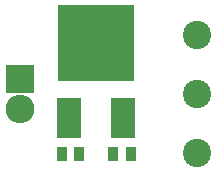
<source format=gts>
G04 #@! TF.FileFunction,Soldermask,Top*
%FSLAX46Y46*%
G04 Gerber Fmt 4.6, Leading zero omitted, Abs format (unit mm)*
G04 Created by KiCad (PCBNEW 4.0.2+e4-6225~38~ubuntu15.04.1-stable) date Sat 09 Jul 2016 10:26:06 PM PDT*
%MOMM*%
G01*
G04 APERTURE LIST*
%ADD10C,0.100000*%
%ADD11C,2.400000*%
%ADD12R,2.432000X2.432000*%
%ADD13O,2.432000X2.432000*%
%ADD14R,2.051000X3.448000*%
%ADD15R,6.496000X6.496000*%
%ADD16R,0.900000X1.300000*%
G04 APERTURE END LIST*
D10*
D11*
X150000000Y-105000000D03*
X150000000Y-100000000D03*
X150000000Y-95000000D03*
D12*
X135000000Y-98730000D03*
D13*
X135000000Y-101270000D03*
D14*
X139214000Y-102030000D03*
D15*
X141500000Y-95680000D03*
D14*
X143786000Y-102030000D03*
D16*
X144450000Y-105100000D03*
X142950000Y-105100000D03*
X140070000Y-105100000D03*
X138570000Y-105100000D03*
M02*

</source>
